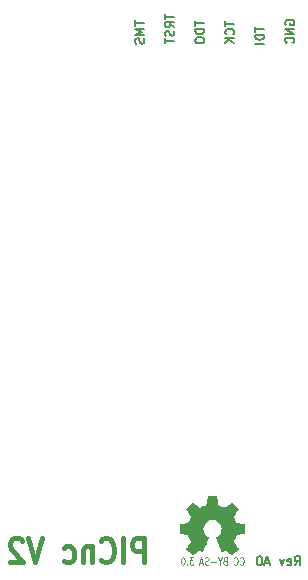
<source format=gbo>
G04 (created by PCBNEW-RS274X (2012-apr-16-27)-stable) date Saturday 07,June,2014 10:26:27 PM SGT*
G01*
G70*
G90*
%MOIN*%
G04 Gerber Fmt 3.4, Leading zero omitted, Abs format*
%FSLAX34Y34*%
G04 APERTURE LIST*
%ADD10C,0.006000*%
%ADD11C,0.000100*%
%ADD12C,0.004000*%
%ADD13C,0.017500*%
%ADD14R,0.220000X0.080000*%
%ADD15R,0.080000X0.080000*%
%ADD16C,0.080000*%
%ADD17R,0.075000X0.075000*%
%ADD18C,0.075000*%
%ADD19C,0.120000*%
G04 APERTURE END LIST*
G54D10*
X67336Y-32672D02*
X67321Y-32643D01*
X67321Y-32600D01*
X67336Y-32557D01*
X67364Y-32529D01*
X67393Y-32514D01*
X67450Y-32500D01*
X67493Y-32500D01*
X67550Y-32514D01*
X67579Y-32529D01*
X67607Y-32557D01*
X67621Y-32600D01*
X67621Y-32629D01*
X67607Y-32672D01*
X67593Y-32686D01*
X67493Y-32686D01*
X67493Y-32629D01*
X67621Y-32814D02*
X67321Y-32814D01*
X67621Y-32986D01*
X67321Y-32986D01*
X67621Y-33128D02*
X67321Y-33128D01*
X67321Y-33200D01*
X67336Y-33243D01*
X67364Y-33271D01*
X67393Y-33286D01*
X67450Y-33300D01*
X67493Y-33300D01*
X67550Y-33286D01*
X67579Y-33271D01*
X67607Y-33243D01*
X67621Y-33200D01*
X67621Y-33128D01*
X62321Y-32530D02*
X62321Y-32701D01*
X62621Y-32615D02*
X62321Y-32615D01*
X62621Y-32801D02*
X62321Y-32801D01*
X62536Y-32901D01*
X62321Y-33001D01*
X62621Y-33001D01*
X62607Y-33130D02*
X62621Y-33173D01*
X62621Y-33244D01*
X62607Y-33273D01*
X62593Y-33287D01*
X62564Y-33302D01*
X62536Y-33302D01*
X62507Y-33287D01*
X62493Y-33273D01*
X62479Y-33244D01*
X62464Y-33187D01*
X62450Y-33159D01*
X62436Y-33144D01*
X62407Y-33130D01*
X62379Y-33130D01*
X62350Y-33144D01*
X62336Y-33159D01*
X62321Y-33187D01*
X62321Y-33259D01*
X62336Y-33302D01*
X66321Y-32733D02*
X66321Y-32904D01*
X66621Y-32818D02*
X66321Y-32818D01*
X66621Y-33004D02*
X66321Y-33004D01*
X66321Y-33076D01*
X66336Y-33119D01*
X66364Y-33147D01*
X66393Y-33162D01*
X66450Y-33176D01*
X66493Y-33176D01*
X66550Y-33162D01*
X66579Y-33147D01*
X66607Y-33119D01*
X66621Y-33076D01*
X66621Y-33004D01*
X66621Y-33304D02*
X66321Y-33304D01*
X65321Y-32555D02*
X65321Y-32726D01*
X65621Y-32640D02*
X65321Y-32640D01*
X65593Y-32998D02*
X65607Y-32984D01*
X65621Y-32941D01*
X65621Y-32912D01*
X65607Y-32869D01*
X65579Y-32841D01*
X65550Y-32826D01*
X65493Y-32812D01*
X65450Y-32812D01*
X65393Y-32826D01*
X65364Y-32841D01*
X65336Y-32869D01*
X65321Y-32912D01*
X65321Y-32941D01*
X65336Y-32984D01*
X65350Y-32998D01*
X65621Y-33126D02*
X65321Y-33126D01*
X65621Y-33298D02*
X65450Y-33169D01*
X65321Y-33298D02*
X65493Y-33126D01*
X64321Y-32538D02*
X64321Y-32709D01*
X64621Y-32623D02*
X64321Y-32623D01*
X64621Y-32809D02*
X64321Y-32809D01*
X64321Y-32881D01*
X64336Y-32924D01*
X64364Y-32952D01*
X64393Y-32967D01*
X64450Y-32981D01*
X64493Y-32981D01*
X64550Y-32967D01*
X64579Y-32952D01*
X64607Y-32924D01*
X64621Y-32881D01*
X64621Y-32809D01*
X64321Y-33167D02*
X64321Y-33224D01*
X64336Y-33252D01*
X64364Y-33281D01*
X64421Y-33295D01*
X64521Y-33295D01*
X64579Y-33281D01*
X64607Y-33252D01*
X64621Y-33224D01*
X64621Y-33167D01*
X64607Y-33138D01*
X64579Y-33109D01*
X64521Y-33095D01*
X64421Y-33095D01*
X64364Y-33109D01*
X64336Y-33138D01*
X64321Y-33167D01*
X63321Y-32317D02*
X63321Y-32488D01*
X63621Y-32402D02*
X63321Y-32402D01*
X63621Y-32760D02*
X63479Y-32660D01*
X63621Y-32588D02*
X63321Y-32588D01*
X63321Y-32703D01*
X63336Y-32731D01*
X63350Y-32746D01*
X63379Y-32760D01*
X63421Y-32760D01*
X63450Y-32746D01*
X63464Y-32731D01*
X63479Y-32703D01*
X63479Y-32588D01*
X63607Y-32874D02*
X63621Y-32917D01*
X63621Y-32988D01*
X63607Y-33017D01*
X63593Y-33031D01*
X63564Y-33046D01*
X63536Y-33046D01*
X63507Y-33031D01*
X63493Y-33017D01*
X63479Y-32988D01*
X63464Y-32931D01*
X63450Y-32903D01*
X63436Y-32888D01*
X63407Y-32874D01*
X63379Y-32874D01*
X63350Y-32888D01*
X63336Y-32903D01*
X63321Y-32931D01*
X63321Y-33003D01*
X63336Y-33046D01*
X63321Y-33132D02*
X63321Y-33303D01*
X63621Y-33217D02*
X63321Y-33217D01*
X67636Y-50691D02*
X67736Y-50549D01*
X67808Y-50691D02*
X67808Y-50391D01*
X67693Y-50391D01*
X67665Y-50406D01*
X67650Y-50420D01*
X67636Y-50449D01*
X67636Y-50491D01*
X67650Y-50520D01*
X67665Y-50534D01*
X67693Y-50549D01*
X67808Y-50549D01*
X67393Y-50677D02*
X67422Y-50691D01*
X67479Y-50691D01*
X67508Y-50677D01*
X67522Y-50649D01*
X67522Y-50534D01*
X67508Y-50506D01*
X67479Y-50491D01*
X67422Y-50491D01*
X67393Y-50506D01*
X67379Y-50534D01*
X67379Y-50563D01*
X67522Y-50591D01*
X67279Y-50491D02*
X67208Y-50691D01*
X67136Y-50491D01*
X66807Y-50606D02*
X66664Y-50606D01*
X66835Y-50691D02*
X66735Y-50391D01*
X66635Y-50691D01*
X66478Y-50391D02*
X66450Y-50391D01*
X66421Y-50406D01*
X66407Y-50420D01*
X66393Y-50449D01*
X66378Y-50506D01*
X66378Y-50577D01*
X66393Y-50634D01*
X66407Y-50663D01*
X66421Y-50677D01*
X66450Y-50691D01*
X66478Y-50691D01*
X66507Y-50677D01*
X66521Y-50663D01*
X66536Y-50634D01*
X66550Y-50577D01*
X66550Y-50506D01*
X66536Y-50449D01*
X66521Y-50420D01*
X66507Y-50406D01*
X66478Y-50391D01*
G54D11*
G36*
X64236Y-50354D02*
X64248Y-50348D01*
X64273Y-50332D01*
X64310Y-50308D01*
X64353Y-50279D01*
X64397Y-50249D01*
X64432Y-50225D01*
X64457Y-50209D01*
X64468Y-50204D01*
X64473Y-50206D01*
X64494Y-50216D01*
X64524Y-50231D01*
X64541Y-50240D01*
X64569Y-50252D01*
X64582Y-50254D01*
X64585Y-50251D01*
X64595Y-50230D01*
X64610Y-50194D01*
X64631Y-50146D01*
X64655Y-50091D01*
X64680Y-50031D01*
X64706Y-49970D01*
X64730Y-49911D01*
X64751Y-49859D01*
X64768Y-49816D01*
X64780Y-49787D01*
X64784Y-49774D01*
X64783Y-49771D01*
X64769Y-49758D01*
X64745Y-49740D01*
X64693Y-49698D01*
X64642Y-49634D01*
X64611Y-49561D01*
X64600Y-49481D01*
X64609Y-49406D01*
X64639Y-49334D01*
X64689Y-49270D01*
X64749Y-49222D01*
X64820Y-49191D01*
X64900Y-49182D01*
X64976Y-49190D01*
X65049Y-49219D01*
X65114Y-49268D01*
X65141Y-49300D01*
X65179Y-49365D01*
X65200Y-49435D01*
X65203Y-49453D01*
X65199Y-49530D01*
X65177Y-49603D01*
X65136Y-49669D01*
X65080Y-49723D01*
X65073Y-49729D01*
X65046Y-49748D01*
X65029Y-49762D01*
X65015Y-49773D01*
X65113Y-50009D01*
X65129Y-50046D01*
X65156Y-50111D01*
X65179Y-50166D01*
X65198Y-50210D01*
X65211Y-50240D01*
X65217Y-50252D01*
X65218Y-50252D01*
X65226Y-50254D01*
X65244Y-50247D01*
X65277Y-50231D01*
X65299Y-50220D01*
X65324Y-50208D01*
X65335Y-50204D01*
X65345Y-50209D01*
X65369Y-50224D01*
X65404Y-50248D01*
X65446Y-50277D01*
X65486Y-50304D01*
X65523Y-50328D01*
X65550Y-50345D01*
X65563Y-50352D01*
X65565Y-50352D01*
X65577Y-50346D01*
X65598Y-50328D01*
X65630Y-50298D01*
X65676Y-50253D01*
X65683Y-50246D01*
X65720Y-50208D01*
X65750Y-50176D01*
X65771Y-50154D01*
X65778Y-50143D01*
X65778Y-50143D01*
X65771Y-50130D01*
X65754Y-50104D01*
X65730Y-50066D01*
X65700Y-50022D01*
X65622Y-49909D01*
X65665Y-49802D01*
X65678Y-49769D01*
X65695Y-49729D01*
X65707Y-49701D01*
X65713Y-49688D01*
X65725Y-49684D01*
X65754Y-49677D01*
X65797Y-49668D01*
X65848Y-49659D01*
X65896Y-49650D01*
X65939Y-49642D01*
X65971Y-49636D01*
X65985Y-49633D01*
X65989Y-49631D01*
X65991Y-49624D01*
X65993Y-49609D01*
X65994Y-49583D01*
X65995Y-49541D01*
X65995Y-49481D01*
X65995Y-49474D01*
X65994Y-49416D01*
X65993Y-49371D01*
X65992Y-49341D01*
X65990Y-49329D01*
X65990Y-49329D01*
X65976Y-49326D01*
X65945Y-49319D01*
X65902Y-49311D01*
X65850Y-49301D01*
X65846Y-49300D01*
X65795Y-49290D01*
X65751Y-49281D01*
X65721Y-49274D01*
X65708Y-49270D01*
X65705Y-49266D01*
X65695Y-49246D01*
X65680Y-49214D01*
X65663Y-49175D01*
X65646Y-49134D01*
X65631Y-49098D01*
X65621Y-49070D01*
X65618Y-49058D01*
X65619Y-49058D01*
X65626Y-49045D01*
X65644Y-49018D01*
X65669Y-48981D01*
X65700Y-48937D01*
X65702Y-48934D01*
X65732Y-48890D01*
X65756Y-48853D01*
X65772Y-48826D01*
X65778Y-48814D01*
X65778Y-48814D01*
X65768Y-48801D01*
X65746Y-48776D01*
X65714Y-48742D01*
X65675Y-48704D01*
X65663Y-48692D01*
X65621Y-48650D01*
X65591Y-48623D01*
X65573Y-48608D01*
X65564Y-48605D01*
X65563Y-48605D01*
X65550Y-48613D01*
X65523Y-48631D01*
X65485Y-48657D01*
X65441Y-48687D01*
X65438Y-48689D01*
X65394Y-48719D01*
X65357Y-48744D01*
X65331Y-48761D01*
X65320Y-48768D01*
X65318Y-48768D01*
X65300Y-48762D01*
X65269Y-48751D01*
X65231Y-48737D01*
X65190Y-48720D01*
X65154Y-48705D01*
X65126Y-48692D01*
X65113Y-48685D01*
X65113Y-48684D01*
X65108Y-48669D01*
X65100Y-48636D01*
X65091Y-48591D01*
X65081Y-48537D01*
X65079Y-48528D01*
X65069Y-48476D01*
X65061Y-48433D01*
X65055Y-48403D01*
X65052Y-48391D01*
X65044Y-48389D01*
X65019Y-48387D01*
X64980Y-48386D01*
X64933Y-48386D01*
X64884Y-48386D01*
X64835Y-48387D01*
X64794Y-48389D01*
X64764Y-48391D01*
X64752Y-48393D01*
X64752Y-48394D01*
X64747Y-48410D01*
X64740Y-48443D01*
X64731Y-48488D01*
X64720Y-48542D01*
X64718Y-48552D01*
X64709Y-48604D01*
X64700Y-48646D01*
X64694Y-48676D01*
X64690Y-48687D01*
X64686Y-48690D01*
X64664Y-48699D01*
X64629Y-48714D01*
X64586Y-48731D01*
X64486Y-48772D01*
X64363Y-48687D01*
X64351Y-48680D01*
X64307Y-48650D01*
X64271Y-48625D01*
X64246Y-48609D01*
X64235Y-48603D01*
X64234Y-48604D01*
X64222Y-48614D01*
X64198Y-48637D01*
X64164Y-48670D01*
X64126Y-48708D01*
X64097Y-48737D01*
X64063Y-48771D01*
X64042Y-48794D01*
X64030Y-48809D01*
X64026Y-48818D01*
X64027Y-48824D01*
X64035Y-48837D01*
X64053Y-48864D01*
X64078Y-48901D01*
X64108Y-48945D01*
X64133Y-48981D01*
X64159Y-49022D01*
X64177Y-49052D01*
X64183Y-49066D01*
X64181Y-49072D01*
X64173Y-49096D01*
X64158Y-49133D01*
X64140Y-49176D01*
X64097Y-49273D01*
X64033Y-49286D01*
X63994Y-49293D01*
X63940Y-49303D01*
X63889Y-49313D01*
X63808Y-49329D01*
X63805Y-49625D01*
X63817Y-49631D01*
X63829Y-49634D01*
X63859Y-49641D01*
X63902Y-49649D01*
X63952Y-49659D01*
X63995Y-49667D01*
X64039Y-49675D01*
X64070Y-49681D01*
X64084Y-49684D01*
X64087Y-49688D01*
X64098Y-49709D01*
X64113Y-49743D01*
X64130Y-49783D01*
X64148Y-49824D01*
X64163Y-49863D01*
X64174Y-49892D01*
X64178Y-49907D01*
X64172Y-49918D01*
X64155Y-49944D01*
X64131Y-49980D01*
X64102Y-50023D01*
X64073Y-50066D01*
X64048Y-50103D01*
X64031Y-50129D01*
X64023Y-50141D01*
X64027Y-50150D01*
X64044Y-50170D01*
X64077Y-50204D01*
X64125Y-50252D01*
X64133Y-50259D01*
X64171Y-50296D01*
X64204Y-50326D01*
X64226Y-50346D01*
X64236Y-50354D01*
X64236Y-50354D01*
G37*
G54D12*
X65817Y-50647D02*
X65827Y-50659D01*
X65855Y-50671D01*
X65874Y-50671D01*
X65903Y-50659D01*
X65922Y-50635D01*
X65931Y-50612D01*
X65941Y-50564D01*
X65941Y-50528D01*
X65931Y-50481D01*
X65922Y-50457D01*
X65903Y-50433D01*
X65874Y-50421D01*
X65855Y-50421D01*
X65827Y-50433D01*
X65817Y-50445D01*
X65617Y-50647D02*
X65627Y-50659D01*
X65655Y-50671D01*
X65674Y-50671D01*
X65703Y-50659D01*
X65722Y-50635D01*
X65731Y-50612D01*
X65741Y-50564D01*
X65741Y-50528D01*
X65731Y-50481D01*
X65722Y-50457D01*
X65703Y-50433D01*
X65674Y-50421D01*
X65655Y-50421D01*
X65627Y-50433D01*
X65617Y-50445D01*
X65313Y-50540D02*
X65284Y-50552D01*
X65275Y-50564D01*
X65265Y-50588D01*
X65265Y-50624D01*
X65275Y-50647D01*
X65284Y-50659D01*
X65303Y-50671D01*
X65379Y-50671D01*
X65379Y-50421D01*
X65313Y-50421D01*
X65294Y-50433D01*
X65284Y-50445D01*
X65275Y-50469D01*
X65275Y-50493D01*
X65284Y-50516D01*
X65294Y-50528D01*
X65313Y-50540D01*
X65379Y-50540D01*
X65141Y-50552D02*
X65141Y-50671D01*
X65208Y-50421D02*
X65141Y-50552D01*
X65075Y-50421D01*
X65008Y-50576D02*
X64856Y-50576D01*
X64770Y-50659D02*
X64741Y-50671D01*
X64694Y-50671D01*
X64675Y-50659D01*
X64665Y-50647D01*
X64656Y-50624D01*
X64656Y-50600D01*
X64665Y-50576D01*
X64675Y-50564D01*
X64694Y-50552D01*
X64732Y-50540D01*
X64751Y-50528D01*
X64760Y-50516D01*
X64770Y-50493D01*
X64770Y-50469D01*
X64760Y-50445D01*
X64751Y-50433D01*
X64732Y-50421D01*
X64684Y-50421D01*
X64656Y-50433D01*
X64580Y-50600D02*
X64485Y-50600D01*
X64599Y-50671D02*
X64532Y-50421D01*
X64466Y-50671D01*
X64266Y-50421D02*
X64143Y-50421D01*
X64209Y-50516D01*
X64181Y-50516D01*
X64162Y-50528D01*
X64152Y-50540D01*
X64143Y-50564D01*
X64143Y-50624D01*
X64152Y-50647D01*
X64162Y-50659D01*
X64181Y-50671D01*
X64238Y-50671D01*
X64257Y-50659D01*
X64266Y-50647D01*
X64057Y-50647D02*
X64048Y-50659D01*
X64057Y-50671D01*
X64067Y-50659D01*
X64057Y-50647D01*
X64057Y-50671D01*
X63924Y-50421D02*
X63905Y-50421D01*
X63886Y-50433D01*
X63877Y-50445D01*
X63867Y-50469D01*
X63858Y-50516D01*
X63858Y-50576D01*
X63867Y-50624D01*
X63877Y-50647D01*
X63886Y-50659D01*
X63905Y-50671D01*
X63924Y-50671D01*
X63943Y-50659D01*
X63953Y-50647D01*
X63962Y-50624D01*
X63972Y-50576D01*
X63972Y-50516D01*
X63962Y-50469D01*
X63953Y-50445D01*
X63943Y-50433D01*
X63924Y-50421D01*
G54D13*
X62616Y-50594D02*
X62616Y-49794D01*
X62350Y-49794D01*
X62283Y-49832D01*
X62250Y-49870D01*
X62216Y-49946D01*
X62216Y-50060D01*
X62250Y-50137D01*
X62283Y-50175D01*
X62350Y-50213D01*
X62616Y-50213D01*
X61916Y-50594D02*
X61916Y-49794D01*
X61183Y-50518D02*
X61217Y-50556D01*
X61317Y-50594D01*
X61383Y-50594D01*
X61483Y-50556D01*
X61550Y-50480D01*
X61583Y-50403D01*
X61617Y-50251D01*
X61617Y-50137D01*
X61583Y-49984D01*
X61550Y-49908D01*
X61483Y-49832D01*
X61383Y-49794D01*
X61317Y-49794D01*
X61217Y-49832D01*
X61183Y-49870D01*
X60883Y-50060D02*
X60883Y-50594D01*
X60883Y-50137D02*
X60850Y-50099D01*
X60783Y-50060D01*
X60683Y-50060D01*
X60617Y-50099D01*
X60583Y-50175D01*
X60583Y-50594D01*
X59950Y-50556D02*
X60017Y-50594D01*
X60150Y-50594D01*
X60217Y-50556D01*
X60250Y-50518D01*
X60284Y-50441D01*
X60284Y-50213D01*
X60250Y-50137D01*
X60217Y-50099D01*
X60150Y-50060D01*
X60017Y-50060D01*
X59950Y-50099D01*
X59217Y-49794D02*
X58984Y-50594D01*
X58751Y-49794D01*
X58551Y-49870D02*
X58517Y-49832D01*
X58451Y-49794D01*
X58284Y-49794D01*
X58217Y-49832D01*
X58184Y-49870D01*
X58151Y-49946D01*
X58151Y-50022D01*
X58184Y-50137D01*
X58584Y-50594D01*
X58151Y-50594D01*
%LPC*%
G54D14*
X45450Y-47420D03*
X45450Y-46370D03*
X45450Y-45270D03*
X45450Y-44170D03*
X45450Y-43120D03*
X45450Y-42020D03*
X45450Y-40970D03*
X45450Y-39870D03*
X45450Y-38770D03*
X45450Y-37720D03*
X45450Y-36620D03*
X45450Y-35570D03*
G54D15*
X62500Y-33850D03*
G54D16*
X63500Y-33690D03*
X64500Y-33850D03*
X65500Y-33690D03*
X66500Y-33850D03*
X67500Y-33690D03*
G54D15*
X50100Y-47470D03*
G54D16*
X49100Y-47470D03*
X50100Y-46470D03*
X49100Y-46470D03*
X50100Y-45470D03*
X49100Y-45470D03*
X50100Y-44470D03*
X49100Y-44470D03*
X50100Y-43470D03*
X49100Y-43470D03*
X50100Y-42470D03*
X49100Y-42470D03*
X50100Y-41470D03*
X49100Y-41470D03*
X50100Y-40470D03*
X49100Y-40470D03*
X50100Y-39470D03*
X49100Y-39470D03*
X50100Y-38470D03*
X49100Y-38470D03*
X50100Y-37470D03*
X49100Y-37470D03*
X50100Y-36470D03*
X49100Y-36470D03*
X50100Y-35470D03*
X49100Y-35470D03*
G54D17*
X56300Y-48570D03*
G54D18*
X57300Y-48570D03*
X58300Y-48570D03*
X59300Y-48570D03*
X60300Y-48570D03*
X61300Y-48570D03*
X62300Y-48570D03*
X63300Y-48570D03*
X63300Y-45570D03*
X62300Y-45570D03*
X61300Y-45570D03*
X60300Y-45570D03*
X59300Y-45570D03*
X58300Y-45570D03*
X57300Y-45570D03*
X56300Y-45570D03*
G54D15*
X58300Y-34770D03*
G54D16*
X58300Y-33770D03*
X59300Y-34770D03*
X59300Y-33770D03*
X60300Y-34770D03*
X60300Y-33770D03*
X61300Y-34770D03*
X61300Y-33770D03*
G54D19*
X68200Y-45702D03*
X68200Y-47670D03*
G54D17*
X56300Y-44370D03*
G54D18*
X57300Y-44370D03*
X58300Y-44370D03*
X59300Y-44370D03*
X60300Y-44370D03*
X61300Y-44370D03*
X62300Y-44370D03*
X63300Y-44370D03*
X63300Y-41370D03*
X62300Y-41370D03*
X61300Y-41370D03*
X60300Y-41370D03*
X59300Y-41370D03*
X58300Y-41370D03*
X57300Y-41370D03*
X56300Y-41370D03*
X57300Y-39170D03*
X58300Y-39170D03*
X59300Y-39170D03*
X60300Y-39170D03*
X61300Y-39170D03*
X62300Y-39170D03*
X63300Y-39170D03*
X64300Y-39170D03*
X65300Y-39170D03*
X66300Y-39170D03*
X67300Y-39170D03*
X68300Y-39170D03*
X69300Y-39170D03*
G54D17*
X56300Y-39170D03*
G54D18*
X69300Y-36170D03*
X68300Y-36170D03*
X67300Y-36170D03*
X66300Y-36170D03*
X65300Y-36170D03*
X64300Y-36170D03*
X63300Y-36170D03*
X62300Y-36170D03*
X61300Y-36170D03*
X60300Y-36170D03*
X59300Y-36170D03*
X58300Y-36170D03*
X57300Y-36170D03*
X56300Y-36170D03*
G54D15*
X56300Y-40350D03*
G54D16*
X57300Y-40190D03*
X58300Y-40350D03*
X59300Y-40190D03*
X60300Y-40350D03*
X61300Y-40190D03*
M02*

</source>
